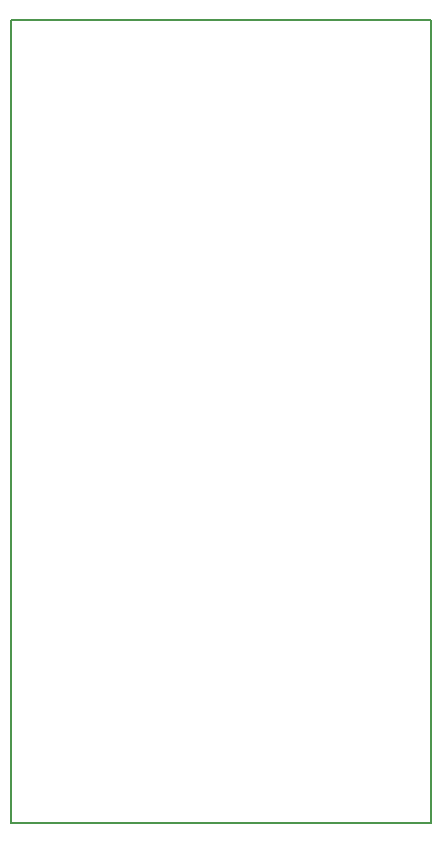
<source format=gbr>
%TF.GenerationSoftware,KiCad,Pcbnew,5.1.9*%
%TF.CreationDate,2021-04-29T21:46:09+02:00*%
%TF.ProjectId,project,70726f6a-6563-4742-9e6b-696361645f70,rev?*%
%TF.SameCoordinates,Original*%
%TF.FileFunction,Profile,NP*%
%FSLAX46Y46*%
G04 Gerber Fmt 4.6, Leading zero omitted, Abs format (unit mm)*
G04 Created by KiCad (PCBNEW 5.1.9) date 2021-04-29 21:46:09*
%MOMM*%
%LPD*%
G01*
G04 APERTURE LIST*
%TA.AperFunction,Profile*%
%ADD10C,0.150000*%
%TD*%
G04 APERTURE END LIST*
D10*
X267970000Y-38100000D02*
X267970000Y-106045000D01*
X232410000Y-38100000D02*
X267970000Y-38100000D01*
X232410000Y-59055000D02*
X232410000Y-38100000D01*
X232410000Y-106045000D02*
X232410000Y-59055000D01*
X267970000Y-106045000D02*
X232410000Y-106045000D01*
M02*

</source>
